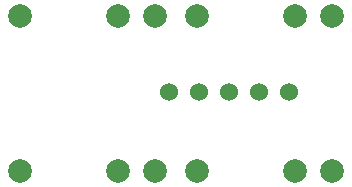
<source format=gbr>
%TF.GenerationSoftware,KiCad,Pcbnew,(6.0.2)*%
%TF.CreationDate,2022-04-19T11:47:42+01:00*%
%TF.ProjectId,1u-mult,31752d6d-756c-4742-9e6b-696361645f70,rev?*%
%TF.SameCoordinates,Original*%
%TF.FileFunction,Copper,L2,Bot*%
%TF.FilePolarity,Positive*%
%FSLAX46Y46*%
G04 Gerber Fmt 4.6, Leading zero omitted, Abs format (unit mm)*
G04 Created by KiCad (PCBNEW (6.0.2)) date 2022-04-19 11:47:42*
%MOMM*%
%LPD*%
G01*
G04 APERTURE LIST*
%TA.AperFunction,ComponentPad*%
%ADD10C,1.524000*%
%TD*%
%TA.AperFunction,ComponentPad*%
%ADD11C,2.000000*%
%TD*%
G04 APERTURE END LIST*
D10*
%TO.P,J5,5,Pin_5*%
%TO.N,Net-(J5-Pad5)*%
X24880000Y-11170000D03*
%TO.P,J5,4,Pin_4*%
%TO.N,Earth*%
X22340000Y-11170000D03*
%TO.P,J5,3,Pin_3*%
X19800000Y-11170000D03*
%TO.P,J5,2,Pin_2*%
X17260000Y-11170000D03*
%TO.P,J5,1,Pin_1*%
%TO.N,Net-(J5-Pad1)*%
X14720000Y-11170000D03*
%TD*%
D11*
%TO.P,J4,3,T*%
%TO.N,Net-(J4-Pad3)*%
X2100000Y-17800000D03*
%TO.P,J4,2,TN*%
%TO.N,unconnected-(J4-Pad2)*%
X10400000Y-17800000D03*
%TO.P,J4,1,E*%
%TO.N,Earth*%
X13500000Y-17800000D03*
%TD*%
%TO.P,J3,3,T*%
%TO.N,Net-(J3-Pad3)*%
X17100000Y-17800000D03*
%TO.P,J3,2,TN*%
%TO.N,unconnected-(J3-Pad2)*%
X25400000Y-17800000D03*
%TO.P,J3,1,E*%
%TO.N,Earth*%
X28500000Y-17800000D03*
%TD*%
%TO.P,J2,3,T*%
%TO.N,Net-(J2-Pad3)*%
X2100000Y-4700000D03*
%TO.P,J2,2,TN*%
%TO.N,unconnected-(J2-Pad2)*%
X10400000Y-4700000D03*
%TO.P,J2,1,E*%
%TO.N,Earth*%
X13500000Y-4700000D03*
%TD*%
%TO.P,J1,3,T*%
%TO.N,Net-(J1-Pad3)*%
X17100000Y-4700000D03*
%TO.P,J1,2,TN*%
%TO.N,Earth*%
X25400000Y-4700000D03*
%TO.P,J1,1,E*%
X28500000Y-4700000D03*
%TD*%
M02*

</source>
